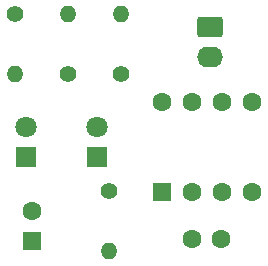
<source format=gbr>
%TF.GenerationSoftware,KiCad,Pcbnew,9.0.0*%
%TF.CreationDate,2025-09-29T15:59:41+03:00*%
%TF.ProjectId,cakar,63616b61-722e-46b6-9963-61645f706362,rev?*%
%TF.SameCoordinates,Original*%
%TF.FileFunction,Soldermask,Top*%
%TF.FilePolarity,Negative*%
%FSLAX46Y46*%
G04 Gerber Fmt 4.6, Leading zero omitted, Abs format (unit mm)*
G04 Created by KiCad (PCBNEW 9.0.0) date 2025-09-29 15:59:41*
%MOMM*%
%LPD*%
G01*
G04 APERTURE LIST*
G04 Aperture macros list*
%AMRoundRect*
0 Rectangle with rounded corners*
0 $1 Rounding radius*
0 $2 $3 $4 $5 $6 $7 $8 $9 X,Y pos of 4 corners*
0 Add a 4 corners polygon primitive as box body*
4,1,4,$2,$3,$4,$5,$6,$7,$8,$9,$2,$3,0*
0 Add four circle primitives for the rounded corners*
1,1,$1+$1,$2,$3*
1,1,$1+$1,$4,$5*
1,1,$1+$1,$6,$7*
1,1,$1+$1,$8,$9*
0 Add four rect primitives between the rounded corners*
20,1,$1+$1,$2,$3,$4,$5,0*
20,1,$1+$1,$4,$5,$6,$7,0*
20,1,$1+$1,$6,$7,$8,$9,0*
20,1,$1+$1,$8,$9,$2,$3,0*%
G04 Aperture macros list end*
%ADD10R,1.600000X1.600000*%
%ADD11C,1.600000*%
%ADD12R,1.800000X1.800000*%
%ADD13C,1.800000*%
%ADD14C,1.400000*%
%ADD15O,1.400000X1.400000*%
%ADD16RoundRect,0.250000X0.550000X-0.550000X0.550000X0.550000X-0.550000X0.550000X-0.550000X-0.550000X0*%
%ADD17RoundRect,0.250000X-0.845000X0.620000X-0.845000X-0.620000X0.845000X-0.620000X0.845000X0.620000X0*%
%ADD18O,2.190000X1.740000*%
G04 APERTURE END LIST*
D10*
%TO.C,C1*%
X131000000Y-107642380D03*
D11*
X131000000Y-105142380D03*
%TD*%
D12*
%TO.C,D2*%
X136500000Y-100540000D03*
D13*
X136500000Y-98000000D03*
%TD*%
D14*
%TO.C,R2*%
X137500000Y-103460000D03*
D15*
X137500000Y-108540000D03*
%TD*%
D14*
%TO.C,R1*%
X129500000Y-88460000D03*
D15*
X129500000Y-93540000D03*
%TD*%
D16*
%TO.C,U1*%
X142000000Y-103500000D03*
D11*
X144540000Y-103500000D03*
X147080000Y-103500000D03*
X149620000Y-103500000D03*
X149620000Y-95880000D03*
X147080000Y-95880000D03*
X144540000Y-95880000D03*
X142000000Y-95880000D03*
%TD*%
%TO.C,C2*%
X147000000Y-107500000D03*
X144500000Y-107500000D03*
%TD*%
D12*
%TO.C,D1*%
X130500000Y-100540000D03*
D13*
X130500000Y-98000000D03*
%TD*%
D14*
%TO.C,R3*%
X134000000Y-93540000D03*
D15*
X134000000Y-88460000D03*
%TD*%
D17*
%TO.C,J1*%
X146000000Y-89500000D03*
D18*
X146000000Y-92040000D03*
%TD*%
D14*
%TO.C,R4*%
X138500000Y-93540000D03*
D15*
X138500000Y-88460000D03*
%TD*%
M02*

</source>
